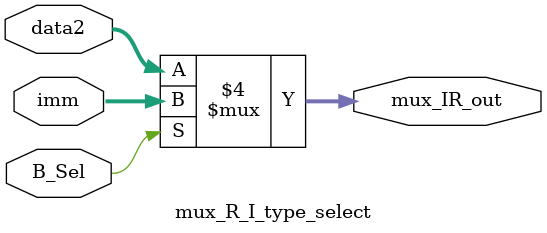
<source format=sv>
`timescale 1ns / 1ps


module mux_R_I_type_select #(parameter size = 32) (
    input B_Sel,
    input [size - 1 : 0] data2,
    input [size - 1 : 0] imm,
    // Output
    output logic [size - 1 : 0] mux_IR_out
    );
    
    //assign imm_out = {{20{imm[11]}},imm};
    
    always_comb
        begin
            if(B_Sel == 1'b0)
                mux_IR_out = data2;
            else
                mux_IR_out = imm;
         end
         
endmodule
</source>
